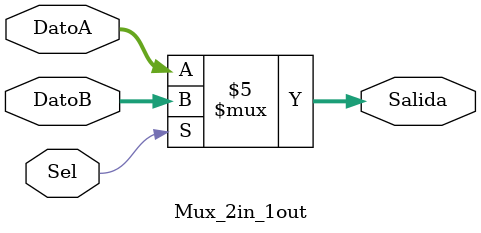
<source format=v>
`timescale 1ns / 1ps
module Mux_2in_1out #(parameter DB = 32)(DatoA, DatoB, Sel, Salida);
//-------------------------------------------Entradas-----------------------------------------//
	input [DB-1:0] DatoA;
	input [DB-1:0] DatoB;
	input Sel;
//--------------------------------------------Salidas-----------------------------------------//
	output reg [DB-1:0] Salida;
//---------------------------------------------Wires------------------------------------------//
//-------------------------------------------Registros----------------------------------------//
//-----------------------------------------Inicializacion-------------------------------------//
	initial
		begin
			Salida = 0;
		end
//--------------------------------------Declaracion de Bloques--------------------------------//
//--------------------------------------------Logica------------------------------------------//
	always @(*)
	begin
		if(Sel == 0)
			Salida <= DatoA;
		else
			Salida <= DatoB;
	end
endmodule

</source>
